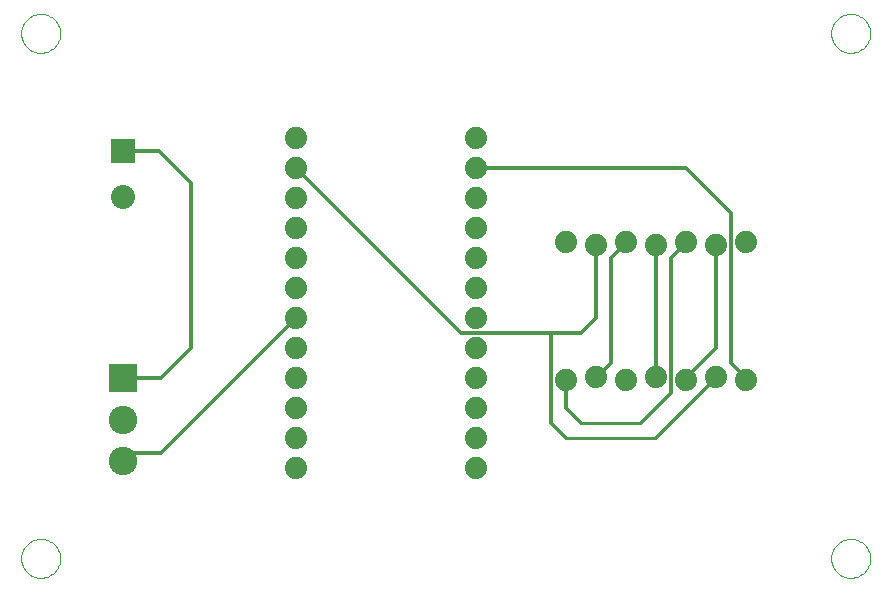
<source format=gtl>
G75*
G70*
%OFA0B0*%
%FSLAX24Y24*%
%IPPOS*%
%LPD*%
%AMOC8*
5,1,8,0,0,1.08239X$1,22.5*
%
%ADD10R,0.0800X0.0800*%
%ADD11C,0.0800*%
%ADD12R,0.0950X0.0950*%
%ADD13C,0.0950*%
%ADD14C,0.0740*%
%ADD15C,0.0000*%
%ADD16C,0.0120*%
%ADD17C,0.0100*%
D10*
X004890Y015710D03*
D11*
X004890Y014192D03*
D12*
X004890Y008140D03*
D13*
X004890Y006762D03*
X004890Y005384D03*
D14*
X010640Y005140D03*
X010640Y006140D03*
X010640Y007140D03*
X010640Y008140D03*
X010640Y009140D03*
X010640Y010140D03*
X010640Y011140D03*
X010640Y012140D03*
X010640Y013140D03*
X010640Y014140D03*
X010640Y015140D03*
X010640Y016140D03*
X016640Y016140D03*
X016640Y015140D03*
X016640Y014140D03*
X016640Y013140D03*
X016640Y012140D03*
X016640Y011140D03*
X016640Y010140D03*
X016640Y009140D03*
X016640Y008140D03*
X016640Y007140D03*
X016640Y006140D03*
X016640Y005140D03*
X019640Y008090D03*
X020640Y008190D03*
X021640Y008090D03*
X022640Y008190D03*
X023640Y008090D03*
X024640Y008190D03*
X025640Y008090D03*
X024640Y012590D03*
X025640Y012690D03*
X023640Y012690D03*
X022640Y012590D03*
X021640Y012690D03*
X020640Y012590D03*
X019640Y012690D03*
D15*
X001490Y002140D02*
X001492Y002190D01*
X001498Y002240D01*
X001508Y002290D01*
X001521Y002338D01*
X001538Y002386D01*
X001559Y002432D01*
X001583Y002476D01*
X001611Y002518D01*
X001642Y002558D01*
X001676Y002595D01*
X001713Y002630D01*
X001752Y002661D01*
X001793Y002690D01*
X001837Y002715D01*
X001883Y002737D01*
X001930Y002755D01*
X001978Y002769D01*
X002027Y002780D01*
X002077Y002787D01*
X002127Y002790D01*
X002178Y002789D01*
X002228Y002784D01*
X002278Y002775D01*
X002326Y002763D01*
X002374Y002746D01*
X002420Y002726D01*
X002465Y002703D01*
X002508Y002676D01*
X002548Y002646D01*
X002586Y002613D01*
X002621Y002577D01*
X002654Y002538D01*
X002683Y002497D01*
X002709Y002454D01*
X002732Y002409D01*
X002751Y002362D01*
X002766Y002314D01*
X002778Y002265D01*
X002786Y002215D01*
X002790Y002165D01*
X002790Y002115D01*
X002786Y002065D01*
X002778Y002015D01*
X002766Y001966D01*
X002751Y001918D01*
X002732Y001871D01*
X002709Y001826D01*
X002683Y001783D01*
X002654Y001742D01*
X002621Y001703D01*
X002586Y001667D01*
X002548Y001634D01*
X002508Y001604D01*
X002465Y001577D01*
X002420Y001554D01*
X002374Y001534D01*
X002326Y001517D01*
X002278Y001505D01*
X002228Y001496D01*
X002178Y001491D01*
X002127Y001490D01*
X002077Y001493D01*
X002027Y001500D01*
X001978Y001511D01*
X001930Y001525D01*
X001883Y001543D01*
X001837Y001565D01*
X001793Y001590D01*
X001752Y001619D01*
X001713Y001650D01*
X001676Y001685D01*
X001642Y001722D01*
X001611Y001762D01*
X001583Y001804D01*
X001559Y001848D01*
X001538Y001894D01*
X001521Y001942D01*
X001508Y001990D01*
X001498Y002040D01*
X001492Y002090D01*
X001490Y002140D01*
X001490Y019640D02*
X001492Y019690D01*
X001498Y019740D01*
X001508Y019790D01*
X001521Y019838D01*
X001538Y019886D01*
X001559Y019932D01*
X001583Y019976D01*
X001611Y020018D01*
X001642Y020058D01*
X001676Y020095D01*
X001713Y020130D01*
X001752Y020161D01*
X001793Y020190D01*
X001837Y020215D01*
X001883Y020237D01*
X001930Y020255D01*
X001978Y020269D01*
X002027Y020280D01*
X002077Y020287D01*
X002127Y020290D01*
X002178Y020289D01*
X002228Y020284D01*
X002278Y020275D01*
X002326Y020263D01*
X002374Y020246D01*
X002420Y020226D01*
X002465Y020203D01*
X002508Y020176D01*
X002548Y020146D01*
X002586Y020113D01*
X002621Y020077D01*
X002654Y020038D01*
X002683Y019997D01*
X002709Y019954D01*
X002732Y019909D01*
X002751Y019862D01*
X002766Y019814D01*
X002778Y019765D01*
X002786Y019715D01*
X002790Y019665D01*
X002790Y019615D01*
X002786Y019565D01*
X002778Y019515D01*
X002766Y019466D01*
X002751Y019418D01*
X002732Y019371D01*
X002709Y019326D01*
X002683Y019283D01*
X002654Y019242D01*
X002621Y019203D01*
X002586Y019167D01*
X002548Y019134D01*
X002508Y019104D01*
X002465Y019077D01*
X002420Y019054D01*
X002374Y019034D01*
X002326Y019017D01*
X002278Y019005D01*
X002228Y018996D01*
X002178Y018991D01*
X002127Y018990D01*
X002077Y018993D01*
X002027Y019000D01*
X001978Y019011D01*
X001930Y019025D01*
X001883Y019043D01*
X001837Y019065D01*
X001793Y019090D01*
X001752Y019119D01*
X001713Y019150D01*
X001676Y019185D01*
X001642Y019222D01*
X001611Y019262D01*
X001583Y019304D01*
X001559Y019348D01*
X001538Y019394D01*
X001521Y019442D01*
X001508Y019490D01*
X001498Y019540D01*
X001492Y019590D01*
X001490Y019640D01*
X028490Y019640D02*
X028492Y019690D01*
X028498Y019740D01*
X028508Y019790D01*
X028521Y019838D01*
X028538Y019886D01*
X028559Y019932D01*
X028583Y019976D01*
X028611Y020018D01*
X028642Y020058D01*
X028676Y020095D01*
X028713Y020130D01*
X028752Y020161D01*
X028793Y020190D01*
X028837Y020215D01*
X028883Y020237D01*
X028930Y020255D01*
X028978Y020269D01*
X029027Y020280D01*
X029077Y020287D01*
X029127Y020290D01*
X029178Y020289D01*
X029228Y020284D01*
X029278Y020275D01*
X029326Y020263D01*
X029374Y020246D01*
X029420Y020226D01*
X029465Y020203D01*
X029508Y020176D01*
X029548Y020146D01*
X029586Y020113D01*
X029621Y020077D01*
X029654Y020038D01*
X029683Y019997D01*
X029709Y019954D01*
X029732Y019909D01*
X029751Y019862D01*
X029766Y019814D01*
X029778Y019765D01*
X029786Y019715D01*
X029790Y019665D01*
X029790Y019615D01*
X029786Y019565D01*
X029778Y019515D01*
X029766Y019466D01*
X029751Y019418D01*
X029732Y019371D01*
X029709Y019326D01*
X029683Y019283D01*
X029654Y019242D01*
X029621Y019203D01*
X029586Y019167D01*
X029548Y019134D01*
X029508Y019104D01*
X029465Y019077D01*
X029420Y019054D01*
X029374Y019034D01*
X029326Y019017D01*
X029278Y019005D01*
X029228Y018996D01*
X029178Y018991D01*
X029127Y018990D01*
X029077Y018993D01*
X029027Y019000D01*
X028978Y019011D01*
X028930Y019025D01*
X028883Y019043D01*
X028837Y019065D01*
X028793Y019090D01*
X028752Y019119D01*
X028713Y019150D01*
X028676Y019185D01*
X028642Y019222D01*
X028611Y019262D01*
X028583Y019304D01*
X028559Y019348D01*
X028538Y019394D01*
X028521Y019442D01*
X028508Y019490D01*
X028498Y019540D01*
X028492Y019590D01*
X028490Y019640D01*
X028490Y002140D02*
X028492Y002190D01*
X028498Y002240D01*
X028508Y002290D01*
X028521Y002338D01*
X028538Y002386D01*
X028559Y002432D01*
X028583Y002476D01*
X028611Y002518D01*
X028642Y002558D01*
X028676Y002595D01*
X028713Y002630D01*
X028752Y002661D01*
X028793Y002690D01*
X028837Y002715D01*
X028883Y002737D01*
X028930Y002755D01*
X028978Y002769D01*
X029027Y002780D01*
X029077Y002787D01*
X029127Y002790D01*
X029178Y002789D01*
X029228Y002784D01*
X029278Y002775D01*
X029326Y002763D01*
X029374Y002746D01*
X029420Y002726D01*
X029465Y002703D01*
X029508Y002676D01*
X029548Y002646D01*
X029586Y002613D01*
X029621Y002577D01*
X029654Y002538D01*
X029683Y002497D01*
X029709Y002454D01*
X029732Y002409D01*
X029751Y002362D01*
X029766Y002314D01*
X029778Y002265D01*
X029786Y002215D01*
X029790Y002165D01*
X029790Y002115D01*
X029786Y002065D01*
X029778Y002015D01*
X029766Y001966D01*
X029751Y001918D01*
X029732Y001871D01*
X029709Y001826D01*
X029683Y001783D01*
X029654Y001742D01*
X029621Y001703D01*
X029586Y001667D01*
X029548Y001634D01*
X029508Y001604D01*
X029465Y001577D01*
X029420Y001554D01*
X029374Y001534D01*
X029326Y001517D01*
X029278Y001505D01*
X029228Y001496D01*
X029178Y001491D01*
X029127Y001490D01*
X029077Y001493D01*
X029027Y001500D01*
X028978Y001511D01*
X028930Y001525D01*
X028883Y001543D01*
X028837Y001565D01*
X028793Y001590D01*
X028752Y001619D01*
X028713Y001650D01*
X028676Y001685D01*
X028642Y001722D01*
X028611Y001762D01*
X028583Y001804D01*
X028559Y001848D01*
X028538Y001894D01*
X028521Y001942D01*
X028508Y001990D01*
X028498Y002040D01*
X028492Y002090D01*
X028490Y002140D01*
D16*
X022640Y006140D02*
X024640Y008140D01*
X024640Y008190D01*
X025140Y008640D02*
X025140Y013640D01*
X023640Y015140D01*
X016640Y015140D01*
X020640Y012640D02*
X020640Y012590D01*
X020640Y010140D01*
X020140Y009640D01*
X019140Y009640D01*
X019140Y006640D01*
X019640Y007140D02*
X019640Y008090D01*
X019640Y008140D01*
X020640Y008140D02*
X020640Y008190D01*
X020640Y008140D02*
X021140Y008640D01*
X021140Y012140D01*
X021640Y012640D01*
X022640Y012590D02*
X022640Y008190D01*
X022640Y008140D01*
X023140Y007640D02*
X022140Y006640D01*
X023140Y007640D02*
X023140Y012140D01*
X023640Y012640D01*
X024640Y012590D02*
X024640Y009140D01*
X023640Y008140D01*
X023640Y008090D01*
X025140Y008640D02*
X025640Y008140D01*
X025640Y008090D01*
X019140Y009640D02*
X016140Y009640D01*
X010640Y015140D01*
X007140Y014640D02*
X007140Y009140D01*
X006140Y008140D01*
X004890Y008140D01*
X005140Y005640D02*
X004890Y005384D01*
X005140Y005640D02*
X006140Y005640D01*
X010640Y010140D01*
X007140Y014640D02*
X006070Y015710D01*
X004890Y015710D01*
D17*
X019140Y006640D02*
X019640Y006140D01*
X022640Y006140D01*
X022140Y006640D02*
X020140Y006640D01*
X019640Y007140D01*
X022640Y012590D02*
X022640Y012640D01*
X021640Y012640D02*
X021640Y012690D01*
X019640Y012640D02*
X019640Y012690D01*
X023640Y012640D02*
X023640Y012690D01*
X024640Y012640D02*
X024640Y012590D01*
X025640Y012640D02*
X025640Y012690D01*
M02*

</source>
